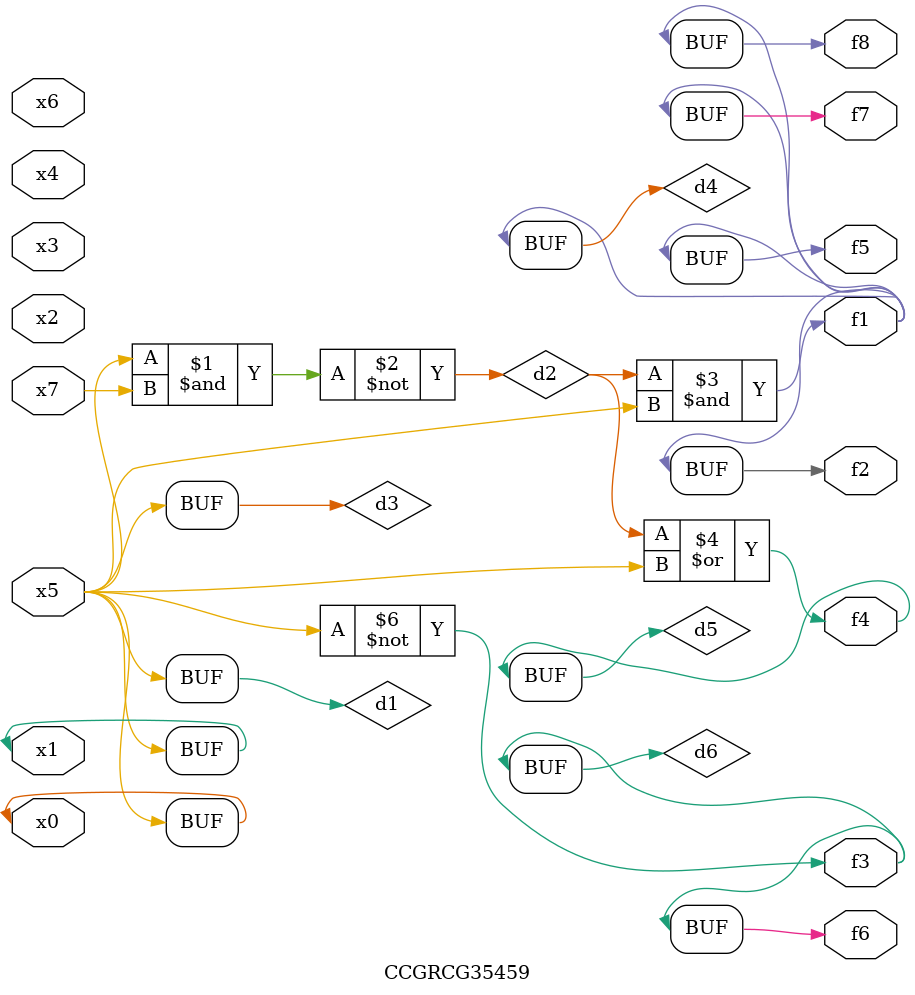
<source format=v>
module CCGRCG35459(
	input x0, x1, x2, x3, x4, x5, x6, x7,
	output f1, f2, f3, f4, f5, f6, f7, f8
);

	wire d1, d2, d3, d4, d5, d6;

	buf (d1, x0, x5);
	nand (d2, x5, x7);
	buf (d3, x0, x1);
	and (d4, d2, d3);
	or (d5, d2, d3);
	nor (d6, d1, d3);
	assign f1 = d4;
	assign f2 = d4;
	assign f3 = d6;
	assign f4 = d5;
	assign f5 = d4;
	assign f6 = d6;
	assign f7 = d4;
	assign f8 = d4;
endmodule

</source>
